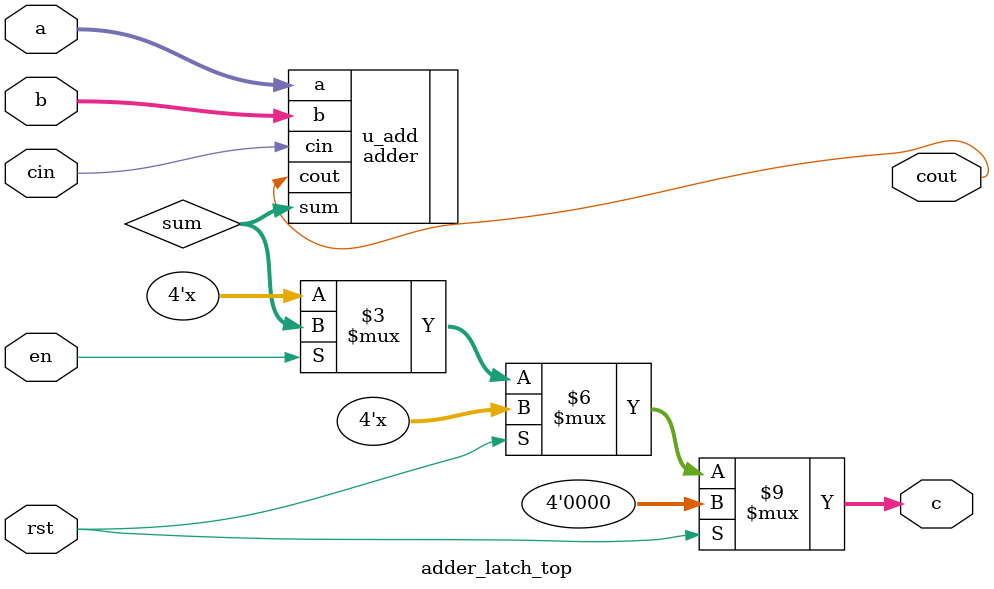
<source format=v>
`timescale 1ns/1ps
module adder_latch_top(
  input  wire [3:0] a,
  input  wire [3:0] b,
  input  wire       cin,
  input  wire       en,    // latch enable
  input  wire       rst,   // reset
  output reg  [3:0] c,     // latched output
  output wire       cout
);
  wire [3:0] sum;

  // Use your parameterized adder
  adder #(.W(4)) u_add (
    .a(a),
    .b(b),
    .cin(cin),
    .sum(sum),
    .cout(cout)
  );

  // Simple level-sensitive latch
  always @(*) begin
    if (rst)
      c = 4'b0000;
    else if (en)
      c = sum;
  end

endmodule

</source>
